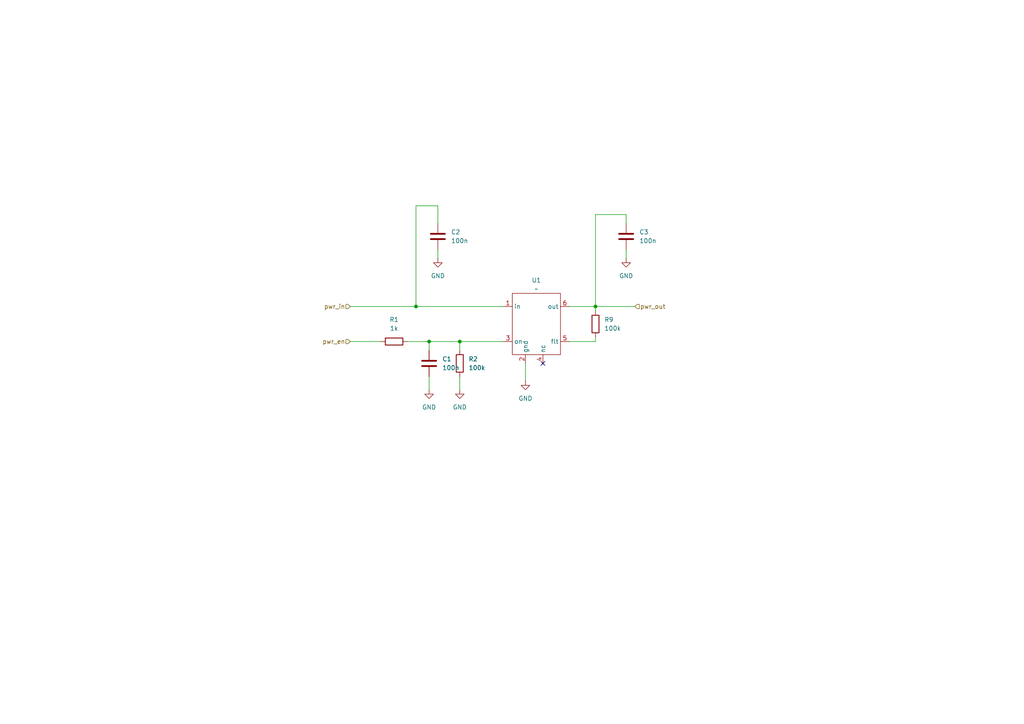
<source format=kicad_sch>
(kicad_sch
	(version 20250114)
	(generator "eeschema")
	(generator_version "9.0")
	(uuid "d4e871b6-6e5f-4634-ba54-afc103425b10")
	(paper "A4")
	(lib_symbols
		(symbol "Device:C"
			(pin_numbers
				(hide yes)
			)
			(pin_names
				(offset 0.254)
			)
			(exclude_from_sim no)
			(in_bom yes)
			(on_board yes)
			(property "Reference" "C"
				(at 0.635 2.54 0)
				(effects
					(font
						(size 1.27 1.27)
					)
					(justify left)
				)
			)
			(property "Value" "C"
				(at 0.635 -2.54 0)
				(effects
					(font
						(size 1.27 1.27)
					)
					(justify left)
				)
			)
			(property "Footprint" ""
				(at 0.9652 -3.81 0)
				(effects
					(font
						(size 1.27 1.27)
					)
					(hide yes)
				)
			)
			(property "Datasheet" "~"
				(at 0 0 0)
				(effects
					(font
						(size 1.27 1.27)
					)
					(hide yes)
				)
			)
			(property "Description" "Unpolarized capacitor"
				(at 0 0 0)
				(effects
					(font
						(size 1.27 1.27)
					)
					(hide yes)
				)
			)
			(property "ki_keywords" "cap capacitor"
				(at 0 0 0)
				(effects
					(font
						(size 1.27 1.27)
					)
					(hide yes)
				)
			)
			(property "ki_fp_filters" "C_*"
				(at 0 0 0)
				(effects
					(font
						(size 1.27 1.27)
					)
					(hide yes)
				)
			)
			(symbol "C_0_1"
				(polyline
					(pts
						(xy -2.032 0.762) (xy 2.032 0.762)
					)
					(stroke
						(width 0.508)
						(type default)
					)
					(fill
						(type none)
					)
				)
				(polyline
					(pts
						(xy -2.032 -0.762) (xy 2.032 -0.762)
					)
					(stroke
						(width 0.508)
						(type default)
					)
					(fill
						(type none)
					)
				)
			)
			(symbol "C_1_1"
				(pin passive line
					(at 0 3.81 270)
					(length 2.794)
					(name "~"
						(effects
							(font
								(size 1.27 1.27)
							)
						)
					)
					(number "1"
						(effects
							(font
								(size 1.27 1.27)
							)
						)
					)
				)
				(pin passive line
					(at 0 -3.81 90)
					(length 2.794)
					(name "~"
						(effects
							(font
								(size 1.27 1.27)
							)
						)
					)
					(number "2"
						(effects
							(font
								(size 1.27 1.27)
							)
						)
					)
				)
			)
			(embedded_fonts no)
		)
		(symbol "Device:R"
			(pin_numbers
				(hide yes)
			)
			(pin_names
				(offset 0)
			)
			(exclude_from_sim no)
			(in_bom yes)
			(on_board yes)
			(property "Reference" "R"
				(at 2.032 0 90)
				(effects
					(font
						(size 1.27 1.27)
					)
				)
			)
			(property "Value" "R"
				(at 0 0 90)
				(effects
					(font
						(size 1.27 1.27)
					)
				)
			)
			(property "Footprint" ""
				(at -1.778 0 90)
				(effects
					(font
						(size 1.27 1.27)
					)
					(hide yes)
				)
			)
			(property "Datasheet" "~"
				(at 0 0 0)
				(effects
					(font
						(size 1.27 1.27)
					)
					(hide yes)
				)
			)
			(property "Description" "Resistor"
				(at 0 0 0)
				(effects
					(font
						(size 1.27 1.27)
					)
					(hide yes)
				)
			)
			(property "ki_keywords" "R res resistor"
				(at 0 0 0)
				(effects
					(font
						(size 1.27 1.27)
					)
					(hide yes)
				)
			)
			(property "ki_fp_filters" "R_*"
				(at 0 0 0)
				(effects
					(font
						(size 1.27 1.27)
					)
					(hide yes)
				)
			)
			(symbol "R_0_1"
				(rectangle
					(start -1.016 -2.54)
					(end 1.016 2.54)
					(stroke
						(width 0.254)
						(type default)
					)
					(fill
						(type none)
					)
				)
			)
			(symbol "R_1_1"
				(pin passive line
					(at 0 3.81 270)
					(length 1.27)
					(name "~"
						(effects
							(font
								(size 1.27 1.27)
							)
						)
					)
					(number "1"
						(effects
							(font
								(size 1.27 1.27)
							)
						)
					)
				)
				(pin passive line
					(at 0 -3.81 90)
					(length 1.27)
					(name "~"
						(effects
							(font
								(size 1.27 1.27)
							)
						)
					)
					(number "2"
						(effects
							(font
								(size 1.27 1.27)
							)
						)
					)
				)
			)
			(embedded_fonts no)
		)
		(symbol "power:GND"
			(power)
			(pin_numbers
				(hide yes)
			)
			(pin_names
				(offset 0)
				(hide yes)
			)
			(exclude_from_sim no)
			(in_bom yes)
			(on_board yes)
			(property "Reference" "#PWR"
				(at 0 -6.35 0)
				(effects
					(font
						(size 1.27 1.27)
					)
					(hide yes)
				)
			)
			(property "Value" "GND"
				(at 0 -3.81 0)
				(effects
					(font
						(size 1.27 1.27)
					)
				)
			)
			(property "Footprint" ""
				(at 0 0 0)
				(effects
					(font
						(size 1.27 1.27)
					)
					(hide yes)
				)
			)
			(property "Datasheet" ""
				(at 0 0 0)
				(effects
					(font
						(size 1.27 1.27)
					)
					(hide yes)
				)
			)
			(property "Description" "Power symbol creates a global label with name \"GND\" , ground"
				(at 0 0 0)
				(effects
					(font
						(size 1.27 1.27)
					)
					(hide yes)
				)
			)
			(property "ki_keywords" "global power"
				(at 0 0 0)
				(effects
					(font
						(size 1.27 1.27)
					)
					(hide yes)
				)
			)
			(symbol "GND_0_1"
				(polyline
					(pts
						(xy 0 0) (xy 0 -1.27) (xy 1.27 -1.27) (xy 0 -2.54) (xy -1.27 -1.27) (xy 0 -1.27)
					)
					(stroke
						(width 0)
						(type default)
					)
					(fill
						(type none)
					)
				)
			)
			(symbol "GND_1_1"
				(pin power_in line
					(at 0 0 270)
					(length 0)
					(name "~"
						(effects
							(font
								(size 1.27 1.27)
							)
						)
					)
					(number "1"
						(effects
							(font
								(size 1.27 1.27)
							)
						)
					)
				)
			)
			(embedded_fonts no)
		)
		(symbol "tps22948:TPS22948"
			(exclude_from_sim no)
			(in_bom yes)
			(on_board yes)
			(property "Reference" "U"
				(at 2.032 10.16 0)
				(effects
					(font
						(size 1.27 1.27)
					)
				)
			)
			(property "Value" ""
				(at 0 0 0)
				(effects
					(font
						(size 1.27 1.27)
					)
				)
			)
			(property "Footprint" ""
				(at 0 0 0)
				(effects
					(font
						(size 1.27 1.27)
					)
					(hide yes)
				)
			)
			(property "Datasheet" ""
				(at 0 0 0)
				(effects
					(font
						(size 1.27 1.27)
					)
					(hide yes)
				)
			)
			(property "Description" ""
				(at 0 0 0)
				(effects
					(font
						(size 1.27 1.27)
					)
					(hide yes)
				)
			)
			(symbol "TPS22948_0_1"
				(rectangle
					(start -6.35 8.89)
					(end 7.62 -8.89)
					(stroke
						(width 0)
						(type default)
					)
					(fill
						(type none)
					)
				)
			)
			(symbol "TPS22948_1_1"
				(pin passive line
					(at -8.89 5.08 0)
					(length 2.54)
					(name "in"
						(effects
							(font
								(size 1.27 1.27)
							)
						)
					)
					(number "1"
						(effects
							(font
								(size 1.27 1.27)
							)
						)
					)
				)
				(pin input line
					(at -8.89 -5.08 0)
					(length 2.54)
					(name "on"
						(effects
							(font
								(size 1.27 1.27)
							)
						)
					)
					(number "3"
						(effects
							(font
								(size 1.27 1.27)
							)
						)
					)
				)
				(pin passive line
					(at -2.54 -11.43 90)
					(length 2.54)
					(name "gnd"
						(effects
							(font
								(size 1.27 1.27)
							)
						)
					)
					(number "2"
						(effects
							(font
								(size 1.27 1.27)
							)
						)
					)
				)
				(pin no_connect line
					(at 2.54 -11.43 90)
					(length 2.54)
					(name "nc"
						(effects
							(font
								(size 1.27 1.27)
							)
						)
					)
					(number "4"
						(effects
							(font
								(size 1.27 1.27)
							)
						)
					)
				)
				(pin passive line
					(at 10.16 5.08 180)
					(length 2.54)
					(name "out"
						(effects
							(font
								(size 1.27 1.27)
							)
						)
					)
					(number "6"
						(effects
							(font
								(size 1.27 1.27)
							)
						)
					)
				)
				(pin open_collector line
					(at 10.16 -5.08 180)
					(length 2.54)
					(name "flt"
						(effects
							(font
								(size 1.27 1.27)
							)
						)
					)
					(number "5"
						(effects
							(font
								(size 1.27 1.27)
							)
						)
					)
				)
			)
			(embedded_fonts no)
		)
	)
	(junction
		(at 172.72 88.9)
		(diameter 0)
		(color 0 0 0 0)
		(uuid "5f061f0a-6531-43a0-9c84-389624f6bb0a")
	)
	(junction
		(at 120.65 88.9)
		(diameter 0)
		(color 0 0 0 0)
		(uuid "66d15a5b-e037-4c70-8ab8-a47af1cde439")
	)
	(junction
		(at 133.35 99.06)
		(diameter 0)
		(color 0 0 0 0)
		(uuid "b97acc3e-7b6d-4582-912c-9d17bdfffbb6")
	)
	(junction
		(at 124.46 99.06)
		(diameter 0)
		(color 0 0 0 0)
		(uuid "c640d2fe-98f6-4880-8606-15cd9617721b")
	)
	(no_connect
		(at 157.48 105.41)
		(uuid "14a9b245-52e4-42a0-9ebf-6869b96cfd8f")
	)
	(wire
		(pts
			(xy 127 59.69) (xy 120.65 59.69)
		)
		(stroke
			(width 0)
			(type default)
		)
		(uuid "1609a578-5c06-4216-bb00-95add6bae5be")
	)
	(wire
		(pts
			(xy 120.65 59.69) (xy 120.65 88.9)
		)
		(stroke
			(width 0)
			(type default)
		)
		(uuid "4345207a-5713-48e4-9c3c-bd00dd9e2daf")
	)
	(wire
		(pts
			(xy 120.65 88.9) (xy 146.05 88.9)
		)
		(stroke
			(width 0)
			(type default)
		)
		(uuid "460d5a90-1101-4d28-9f59-e84ffef752dd")
	)
	(wire
		(pts
			(xy 172.72 88.9) (xy 184.15 88.9)
		)
		(stroke
			(width 0)
			(type default)
		)
		(uuid "4fb50755-3599-4cd1-8004-484c029b509c")
	)
	(wire
		(pts
			(xy 118.11 99.06) (xy 124.46 99.06)
		)
		(stroke
			(width 0)
			(type default)
		)
		(uuid "5b5a68f3-3e80-4123-a619-07d7cfea0510")
	)
	(wire
		(pts
			(xy 146.05 99.06) (xy 133.35 99.06)
		)
		(stroke
			(width 0)
			(type default)
		)
		(uuid "60e5f7aa-282e-45b3-93c0-0e9a018bfb67")
	)
	(wire
		(pts
			(xy 152.4 105.41) (xy 152.4 110.49)
		)
		(stroke
			(width 0)
			(type default)
		)
		(uuid "712ad1d6-c083-4d4c-a83f-515d8c1265d4")
	)
	(wire
		(pts
			(xy 101.6 88.9) (xy 120.65 88.9)
		)
		(stroke
			(width 0)
			(type default)
		)
		(uuid "7cf66c33-aeb2-43a1-805c-0dae05a34e1f")
	)
	(wire
		(pts
			(xy 165.1 99.06) (xy 172.72 99.06)
		)
		(stroke
			(width 0)
			(type default)
		)
		(uuid "7d05261c-5096-4a68-9d80-d3074d34cece")
	)
	(wire
		(pts
			(xy 172.72 99.06) (xy 172.72 97.79)
		)
		(stroke
			(width 0)
			(type default)
		)
		(uuid "a0334fa2-90d4-4665-99f5-ff66597cb9c8")
	)
	(wire
		(pts
			(xy 133.35 99.06) (xy 133.35 101.6)
		)
		(stroke
			(width 0)
			(type default)
		)
		(uuid "a40179a2-7af1-402a-bdcf-98bf0253356e")
	)
	(wire
		(pts
			(xy 181.61 62.23) (xy 181.61 64.77)
		)
		(stroke
			(width 0)
			(type default)
		)
		(uuid "a4f1e33d-5d05-4d4c-921a-f1d77af135fa")
	)
	(wire
		(pts
			(xy 124.46 101.6) (xy 124.46 99.06)
		)
		(stroke
			(width 0)
			(type default)
		)
		(uuid "a77d5804-65c2-43aa-84bf-f8a69b6ebbed")
	)
	(wire
		(pts
			(xy 127 72.39) (xy 127 74.93)
		)
		(stroke
			(width 0)
			(type default)
		)
		(uuid "a983d95d-de94-49b7-9dc8-aa72fcff673c")
	)
	(wire
		(pts
			(xy 165.1 88.9) (xy 172.72 88.9)
		)
		(stroke
			(width 0)
			(type default)
		)
		(uuid "ab958fca-3bd0-4af2-9b5b-6c31061980da")
	)
	(wire
		(pts
			(xy 172.72 88.9) (xy 172.72 90.17)
		)
		(stroke
			(width 0)
			(type default)
		)
		(uuid "b8f0a8d7-8783-4a05-84bb-bc064c81fa3d")
	)
	(wire
		(pts
			(xy 181.61 62.23) (xy 172.72 62.23)
		)
		(stroke
			(width 0)
			(type default)
		)
		(uuid "c3ef2a91-b7d7-49d7-baae-ce4aa613e387")
	)
	(wire
		(pts
			(xy 181.61 72.39) (xy 181.61 74.93)
		)
		(stroke
			(width 0)
			(type default)
		)
		(uuid "cbc3edd0-c14d-4ece-bf4f-6d49f02ed483")
	)
	(wire
		(pts
			(xy 124.46 109.22) (xy 124.46 113.03)
		)
		(stroke
			(width 0)
			(type default)
		)
		(uuid "d6c4ca62-e948-44b7-814e-76df8345af57")
	)
	(wire
		(pts
			(xy 101.6 99.06) (xy 110.49 99.06)
		)
		(stroke
			(width 0)
			(type default)
		)
		(uuid "d6eb7dbd-5406-4cab-a264-1079b702023e")
	)
	(wire
		(pts
			(xy 127 59.69) (xy 127 64.77)
		)
		(stroke
			(width 0)
			(type default)
		)
		(uuid "dc379f46-1103-44be-b4c8-487262528a79")
	)
	(wire
		(pts
			(xy 172.72 62.23) (xy 172.72 88.9)
		)
		(stroke
			(width 0)
			(type default)
		)
		(uuid "e2203696-7be4-4939-9112-c959bb4d08f5")
	)
	(wire
		(pts
			(xy 133.35 109.22) (xy 133.35 113.03)
		)
		(stroke
			(width 0)
			(type default)
		)
		(uuid "f6385953-43eb-48fa-ae84-40b97e01f166")
	)
	(wire
		(pts
			(xy 124.46 99.06) (xy 133.35 99.06)
		)
		(stroke
			(width 0)
			(type default)
		)
		(uuid "fc4e303e-941a-4025-b6a9-b5b4b9305647")
	)
	(hierarchical_label "pwr_en"
		(shape input)
		(at 101.6 99.06 180)
		(effects
			(font
				(size 1.27 1.27)
			)
			(justify right)
		)
		(uuid "4ae91ed0-2f48-4985-8dd0-e876710a6e3a")
	)
	(hierarchical_label "pwr_out"
		(shape input)
		(at 184.15 88.9 0)
		(effects
			(font
				(size 1.27 1.27)
			)
			(justify left)
		)
		(uuid "59503f39-d254-4e1a-abca-0cd0d71c7a5d")
	)
	(hierarchical_label "pwr_in"
		(shape input)
		(at 101.6 88.9 180)
		(effects
			(font
				(size 1.27 1.27)
			)
			(justify right)
		)
		(uuid "8db5ef37-1624-4f1c-b33f-dba12e1f6d62")
	)
	(symbol
		(lib_id "Device:C")
		(at 181.61 68.58 0)
		(unit 1)
		(exclude_from_sim no)
		(in_bom yes)
		(on_board yes)
		(dnp no)
		(uuid "160b14a7-87bf-4f15-a503-10156dc51cc0")
		(property "Reference" "C3"
			(at 185.42 67.3099 0)
			(effects
				(font
					(size 1.27 1.27)
				)
				(justify left)
			)
		)
		(property "Value" "100n"
			(at 185.42 69.8499 0)
			(effects
				(font
					(size 1.27 1.27)
				)
				(justify left)
			)
		)
		(property "Footprint" "Capacitor_SMD:C_0603_1608Metric"
			(at 182.5752 72.39 0)
			(effects
				(font
					(size 1.27 1.27)
				)
				(hide yes)
			)
		)
		(property "Datasheet" "~"
			(at 181.61 68.58 0)
			(effects
				(font
					(size 1.27 1.27)
				)
				(hide yes)
			)
		)
		(property "Description" "Unpolarized capacitor"
			(at 181.61 68.58 0)
			(effects
				(font
					(size 1.27 1.27)
				)
				(hide yes)
			)
		)
		(property "url" "https://www.digikey.com/en/products/detail/yageo/CC0603KRX7R7BB104/302822"
			(at 181.61 68.58 0)
			(effects
				(font
					(size 1.27 1.27)
				)
				(hide yes)
			)
		)
		(pin "1"
			(uuid "a7011024-aa00-4e1c-8dc9-66ed347b0839")
		)
		(pin "2"
			(uuid "7b782646-4e31-4e21-8915-2169d074147e")
		)
		(instances
			(project "override_board"
				(path "/a1ebae20-a03f-48f7-ade6-932948ccc2fb/cef8dfa8-1bb4-4a1b-948f-fb7ae87f0bec"
					(reference "C3")
					(unit 1)
				)
			)
		)
	)
	(symbol
		(lib_id "Device:C")
		(at 127 68.58 0)
		(unit 1)
		(exclude_from_sim no)
		(in_bom yes)
		(on_board yes)
		(dnp no)
		(fields_autoplaced yes)
		(uuid "31cc4a56-9d70-4a8a-97e1-8394be8c0db1")
		(property "Reference" "C2"
			(at 130.81 67.3099 0)
			(effects
				(font
					(size 1.27 1.27)
				)
				(justify left)
			)
		)
		(property "Value" "100n"
			(at 130.81 69.8499 0)
			(effects
				(font
					(size 1.27 1.27)
				)
				(justify left)
			)
		)
		(property "Footprint" "Capacitor_SMD:C_0603_1608Metric"
			(at 127.9652 72.39 0)
			(effects
				(font
					(size 1.27 1.27)
				)
				(hide yes)
			)
		)
		(property "Datasheet" "~"
			(at 127 68.58 0)
			(effects
				(font
					(size 1.27 1.27)
				)
				(hide yes)
			)
		)
		(property "Description" "Unpolarized capacitor"
			(at 127 68.58 0)
			(effects
				(font
					(size 1.27 1.27)
				)
				(hide yes)
			)
		)
		(property "url" "https://www.digikey.com/en/products/detail/yageo/CC0603KRX7R7BB104/302822"
			(at 127 68.58 0)
			(effects
				(font
					(size 1.27 1.27)
				)
				(hide yes)
			)
		)
		(pin "1"
			(uuid "27bb10a4-4a9a-4024-8a54-b3c2efe63104")
		)
		(pin "2"
			(uuid "9d690bea-e4d8-4a7d-8835-ebe7897d8b66")
		)
		(instances
			(project "override_board"
				(path "/a1ebae20-a03f-48f7-ade6-932948ccc2fb/cef8dfa8-1bb4-4a1b-948f-fb7ae87f0bec"
					(reference "C2")
					(unit 1)
				)
			)
		)
	)
	(symbol
		(lib_id "Device:C")
		(at 124.46 105.41 0)
		(unit 1)
		(exclude_from_sim no)
		(in_bom yes)
		(on_board yes)
		(dnp no)
		(fields_autoplaced yes)
		(uuid "5813cff8-80fa-4b01-8778-64ac216b62c0")
		(property "Reference" "C1"
			(at 128.27 104.1399 0)
			(effects
				(font
					(size 1.27 1.27)
				)
				(justify left)
			)
		)
		(property "Value" "100n"
			(at 128.27 106.6799 0)
			(effects
				(font
					(size 1.27 1.27)
				)
				(justify left)
			)
		)
		(property "Footprint" "Capacitor_SMD:C_0603_1608Metric"
			(at 125.4252 109.22 0)
			(effects
				(font
					(size 1.27 1.27)
				)
				(hide yes)
			)
		)
		(property "Datasheet" "~"
			(at 124.46 105.41 0)
			(effects
				(font
					(size 1.27 1.27)
				)
				(hide yes)
			)
		)
		(property "Description" "Unpolarized capacitor"
			(at 124.46 105.41 0)
			(effects
				(font
					(size 1.27 1.27)
				)
				(hide yes)
			)
		)
		(property "url" "https://www.digikey.com/en/products/detail/yageo/CC0603KRX7R7BB104/302822"
			(at 124.46 105.41 0)
			(effects
				(font
					(size 1.27 1.27)
				)
				(hide yes)
			)
		)
		(pin "1"
			(uuid "42381d67-b478-4cb4-815e-e340110615ab")
		)
		(pin "2"
			(uuid "05ad51e4-8571-46fb-a1fc-543094420e67")
		)
		(instances
			(project "override_board"
				(path "/a1ebae20-a03f-48f7-ade6-932948ccc2fb/cef8dfa8-1bb4-4a1b-948f-fb7ae87f0bec"
					(reference "C1")
					(unit 1)
				)
			)
		)
	)
	(symbol
		(lib_id "Device:R")
		(at 172.72 93.98 180)
		(unit 1)
		(exclude_from_sim no)
		(in_bom yes)
		(on_board yes)
		(dnp no)
		(fields_autoplaced yes)
		(uuid "7c664467-97fd-4e5b-b3a9-b223acfe1025")
		(property "Reference" "R9"
			(at 175.26 92.7099 0)
			(effects
				(font
					(size 1.27 1.27)
				)
				(justify right)
			)
		)
		(property "Value" "100k"
			(at 175.26 95.2499 0)
			(effects
				(font
					(size 1.27 1.27)
				)
				(justify right)
			)
		)
		(property "Footprint" "Resistor_SMD:R_0603_1608Metric"
			(at 174.498 93.98 90)
			(effects
				(font
					(size 1.27 1.27)
				)
				(hide yes)
			)
		)
		(property "Datasheet" "~"
			(at 172.72 93.98 0)
			(effects
				(font
					(size 1.27 1.27)
				)
				(hide yes)
			)
		)
		(property "Description" "Resistor"
			(at 172.72 93.98 0)
			(effects
				(font
					(size 1.27 1.27)
				)
				(hide yes)
			)
		)
		(property "url" "https://www.digikey.com/en/products/detail/yageo/RC0603FR-07100KL/726889"
			(at 172.72 93.98 0)
			(effects
				(font
					(size 1.27 1.27)
				)
				(hide yes)
			)
		)
		(pin "2"
			(uuid "09b9c428-d265-4ba0-8287-0f01552c75bb")
		)
		(pin "1"
			(uuid "97220e2b-3f34-40fd-907d-937052da3a2a")
		)
		(instances
			(project "override_board"
				(path "/a1ebae20-a03f-48f7-ade6-932948ccc2fb/cef8dfa8-1bb4-4a1b-948f-fb7ae87f0bec"
					(reference "R9")
					(unit 1)
				)
			)
		)
	)
	(symbol
		(lib_id "power:GND")
		(at 133.35 113.03 0)
		(unit 1)
		(exclude_from_sim no)
		(in_bom yes)
		(on_board yes)
		(dnp no)
		(fields_autoplaced yes)
		(uuid "94535666-272d-4be3-a95f-8c1bf7a15857")
		(property "Reference" "#PWR03"
			(at 133.35 119.38 0)
			(effects
				(font
					(size 1.27 1.27)
				)
				(hide yes)
			)
		)
		(property "Value" "GND"
			(at 133.35 118.11 0)
			(effects
				(font
					(size 1.27 1.27)
				)
			)
		)
		(property "Footprint" ""
			(at 133.35 113.03 0)
			(effects
				(font
					(size 1.27 1.27)
				)
				(hide yes)
			)
		)
		(property "Datasheet" ""
			(at 133.35 113.03 0)
			(effects
				(font
					(size 1.27 1.27)
				)
				(hide yes)
			)
		)
		(property "Description" "Power symbol creates a global label with name \"GND\" , ground"
			(at 133.35 113.03 0)
			(effects
				(font
					(size 1.27 1.27)
				)
				(hide yes)
			)
		)
		(pin "1"
			(uuid "88282b98-dc8a-4b7e-b20d-ef9cdd996bea")
		)
		(instances
			(project "override_board"
				(path "/a1ebae20-a03f-48f7-ade6-932948ccc2fb/cef8dfa8-1bb4-4a1b-948f-fb7ae87f0bec"
					(reference "#PWR03")
					(unit 1)
				)
			)
		)
	)
	(symbol
		(lib_id "power:GND")
		(at 127 74.93 0)
		(unit 1)
		(exclude_from_sim no)
		(in_bom yes)
		(on_board yes)
		(dnp no)
		(fields_autoplaced yes)
		(uuid "a472382e-d1cd-4b95-8b48-e4b2a2ad968b")
		(property "Reference" "#PWR02"
			(at 127 81.28 0)
			(effects
				(font
					(size 1.27 1.27)
				)
				(hide yes)
			)
		)
		(property "Value" "GND"
			(at 127 80.01 0)
			(effects
				(font
					(size 1.27 1.27)
				)
			)
		)
		(property "Footprint" ""
			(at 127 74.93 0)
			(effects
				(font
					(size 1.27 1.27)
				)
				(hide yes)
			)
		)
		(property "Datasheet" ""
			(at 127 74.93 0)
			(effects
				(font
					(size 1.27 1.27)
				)
				(hide yes)
			)
		)
		(property "Description" "Power symbol creates a global label with name \"GND\" , ground"
			(at 127 74.93 0)
			(effects
				(font
					(size 1.27 1.27)
				)
				(hide yes)
			)
		)
		(pin "1"
			(uuid "4c4dd3a5-3d52-472d-aa09-e4ef92ec851f")
		)
		(instances
			(project "override_board"
				(path "/a1ebae20-a03f-48f7-ade6-932948ccc2fb/cef8dfa8-1bb4-4a1b-948f-fb7ae87f0bec"
					(reference "#PWR02")
					(unit 1)
				)
			)
		)
	)
	(symbol
		(lib_id "Device:R")
		(at 133.35 105.41 180)
		(unit 1)
		(exclude_from_sim no)
		(in_bom yes)
		(on_board yes)
		(dnp no)
		(fields_autoplaced yes)
		(uuid "aa606290-cd6b-4b7e-b7d3-34469e3b5687")
		(property "Reference" "R2"
			(at 135.89 104.1399 0)
			(effects
				(font
					(size 1.27 1.27)
				)
				(justify right)
			)
		)
		(property "Value" "100k"
			(at 135.89 106.6799 0)
			(effects
				(font
					(size 1.27 1.27)
				)
				(justify right)
			)
		)
		(property "Footprint" "Resistor_SMD:R_0603_1608Metric"
			(at 135.128 105.41 90)
			(effects
				(font
					(size 1.27 1.27)
				)
				(hide yes)
			)
		)
		(property "Datasheet" "~"
			(at 133.35 105.41 0)
			(effects
				(font
					(size 1.27 1.27)
				)
				(hide yes)
			)
		)
		(property "Description" "Resistor"
			(at 133.35 105.41 0)
			(effects
				(font
					(size 1.27 1.27)
				)
				(hide yes)
			)
		)
		(property "url" "https://www.digikey.com/en/products/detail/yageo/RC0603FR-07100KL/726889"
			(at 133.35 105.41 0)
			(effects
				(font
					(size 1.27 1.27)
				)
				(hide yes)
			)
		)
		(pin "2"
			(uuid "e346185e-ebc8-44fa-bc51-2f6ae65f265e")
		)
		(pin "1"
			(uuid "c1ee2cf0-85cd-484d-9697-e00d2132e06f")
		)
		(instances
			(project "override_board"
				(path "/a1ebae20-a03f-48f7-ade6-932948ccc2fb/cef8dfa8-1bb4-4a1b-948f-fb7ae87f0bec"
					(reference "R2")
					(unit 1)
				)
			)
		)
	)
	(symbol
		(lib_id "tps22948:TPS22948")
		(at 154.94 93.98 0)
		(unit 1)
		(exclude_from_sim no)
		(in_bom yes)
		(on_board yes)
		(dnp no)
		(fields_autoplaced yes)
		(uuid "b320dbee-b4a7-47aa-aef4-d3a87d6878d2")
		(property "Reference" "U1"
			(at 155.575 81.28 0)
			(effects
				(font
					(size 1.27 1.27)
				)
			)
		)
		(property "Value" "~"
			(at 155.575 83.82 0)
			(effects
				(font
					(size 1.27 1.27)
				)
			)
		)
		(property "Footprint" "Package_TO_SOT_SMD:SOT-363_SC-70-6"
			(at 154.94 93.98 0)
			(effects
				(font
					(size 1.27 1.27)
				)
				(hide yes)
			)
		)
		(property "Datasheet" ""
			(at 154.94 93.98 0)
			(effects
				(font
					(size 1.27 1.27)
				)
				(hide yes)
			)
		)
		(property "Description" ""
			(at 154.94 93.98 0)
			(effects
				(font
					(size 1.27 1.27)
				)
				(hide yes)
			)
		)
		(property "url" "https://www.digikey.com/en/products/detail/texas-instruments/TPS22948DCKR/10715378?s=N4IgTCBcDaIC4AcDOYwE4AsAOEBdAvkA"
			(at 154.94 93.98 0)
			(effects
				(font
					(size 1.27 1.27)
				)
				(hide yes)
			)
		)
		(pin "3"
			(uuid "b4f4ce63-54c3-4b48-8b8b-c2035b2d2f0a")
		)
		(pin "1"
			(uuid "e38a9602-198f-4eed-bd4b-40a5c61fef3e")
		)
		(pin "2"
			(uuid "0e18481b-6c83-4ca5-a9f0-fb713e008f0d")
		)
		(pin "4"
			(uuid "9c71898e-1e02-4e6a-b5f0-c104b9d6fd92")
		)
		(pin "6"
			(uuid "00ac23d2-e5aa-4bde-960e-aaeb2500b6aa")
		)
		(pin "5"
			(uuid "db7286bb-c3b9-4142-b52e-5383cd9531bc")
		)
		(instances
			(project "override_board"
				(path "/a1ebae20-a03f-48f7-ade6-932948ccc2fb/cef8dfa8-1bb4-4a1b-948f-fb7ae87f0bec"
					(reference "U1")
					(unit 1)
				)
			)
		)
	)
	(symbol
		(lib_id "Device:R")
		(at 114.3 99.06 90)
		(unit 1)
		(exclude_from_sim no)
		(in_bom yes)
		(on_board yes)
		(dnp no)
		(fields_autoplaced yes)
		(uuid "b5901d35-980c-4df6-920a-4660711e3724")
		(property "Reference" "R1"
			(at 114.3 92.71 90)
			(effects
				(font
					(size 1.27 1.27)
				)
			)
		)
		(property "Value" "1k"
			(at 114.3 95.25 90)
			(effects
				(font
					(size 1.27 1.27)
				)
			)
		)
		(property "Footprint" "Resistor_SMD:R_0603_1608Metric"
			(at 114.3 100.838 90)
			(effects
				(font
					(size 1.27 1.27)
				)
				(hide yes)
			)
		)
		(property "Datasheet" "~"
			(at 114.3 99.06 0)
			(effects
				(font
					(size 1.27 1.27)
				)
				(hide yes)
			)
		)
		(property "Description" "Resistor"
			(at 114.3 99.06 0)
			(effects
				(font
					(size 1.27 1.27)
				)
				(hide yes)
			)
		)
		(property "url" "https://www.digikey.com/en/products/detail/yageo/RC0603JR-131KL/13694162"
			(at 114.3 99.06 90)
			(effects
				(font
					(size 1.27 1.27)
				)
				(hide yes)
			)
		)
		(pin "2"
			(uuid "75c52c28-8896-4b0d-9abf-9fd7e5edce97")
		)
		(pin "1"
			(uuid "63d2f11e-31ce-498e-aa53-fa1a7be9dd26")
		)
		(instances
			(project "override_board"
				(path "/a1ebae20-a03f-48f7-ade6-932948ccc2fb/cef8dfa8-1bb4-4a1b-948f-fb7ae87f0bec"
					(reference "R1")
					(unit 1)
				)
			)
		)
	)
	(symbol
		(lib_id "power:GND")
		(at 152.4 110.49 0)
		(unit 1)
		(exclude_from_sim no)
		(in_bom yes)
		(on_board yes)
		(dnp no)
		(fields_autoplaced yes)
		(uuid "b9f37f36-4f1b-4018-8e5e-73dd4f3c6eaa")
		(property "Reference" "#PWR04"
			(at 152.4 116.84 0)
			(effects
				(font
					(size 1.27 1.27)
				)
				(hide yes)
			)
		)
		(property "Value" "GND"
			(at 152.4 115.57 0)
			(effects
				(font
					(size 1.27 1.27)
				)
			)
		)
		(property "Footprint" ""
			(at 152.4 110.49 0)
			(effects
				(font
					(size 1.27 1.27)
				)
				(hide yes)
			)
		)
		(property "Datasheet" ""
			(at 152.4 110.49 0)
			(effects
				(font
					(size 1.27 1.27)
				)
				(hide yes)
			)
		)
		(property "Description" "Power symbol creates a global label with name \"GND\" , ground"
			(at 152.4 110.49 0)
			(effects
				(font
					(size 1.27 1.27)
				)
				(hide yes)
			)
		)
		(pin "1"
			(uuid "5f95bb5e-b66e-4176-8c73-5e2db4b45235")
		)
		(instances
			(project "override_board"
				(path "/a1ebae20-a03f-48f7-ade6-932948ccc2fb/cef8dfa8-1bb4-4a1b-948f-fb7ae87f0bec"
					(reference "#PWR04")
					(unit 1)
				)
			)
		)
	)
	(symbol
		(lib_id "power:GND")
		(at 124.46 113.03 0)
		(unit 1)
		(exclude_from_sim no)
		(in_bom yes)
		(on_board yes)
		(dnp no)
		(fields_autoplaced yes)
		(uuid "d86861eb-d353-4c8d-8c9a-69ddfd077bee")
		(property "Reference" "#PWR01"
			(at 124.46 119.38 0)
			(effects
				(font
					(size 1.27 1.27)
				)
				(hide yes)
			)
		)
		(property "Value" "GND"
			(at 124.46 118.11 0)
			(effects
				(font
					(size 1.27 1.27)
				)
			)
		)
		(property "Footprint" ""
			(at 124.46 113.03 0)
			(effects
				(font
					(size 1.27 1.27)
				)
				(hide yes)
			)
		)
		(property "Datasheet" ""
			(at 124.46 113.03 0)
			(effects
				(font
					(size 1.27 1.27)
				)
				(hide yes)
			)
		)
		(property "Description" "Power symbol creates a global label with name \"GND\" , ground"
			(at 124.46 113.03 0)
			(effects
				(font
					(size 1.27 1.27)
				)
				(hide yes)
			)
		)
		(pin "1"
			(uuid "7b65a97d-dea8-420d-bc8e-f32ac94374b6")
		)
		(instances
			(project "override_board"
				(path "/a1ebae20-a03f-48f7-ade6-932948ccc2fb/cef8dfa8-1bb4-4a1b-948f-fb7ae87f0bec"
					(reference "#PWR01")
					(unit 1)
				)
			)
		)
	)
	(symbol
		(lib_id "power:GND")
		(at 181.61 74.93 0)
		(unit 1)
		(exclude_from_sim no)
		(in_bom yes)
		(on_board yes)
		(dnp no)
		(fields_autoplaced yes)
		(uuid "e2f60ce6-61f0-40cd-b38d-d55f4941e8fe")
		(property "Reference" "#PWR05"
			(at 181.61 81.28 0)
			(effects
				(font
					(size 1.27 1.27)
				)
				(hide yes)
			)
		)
		(property "Value" "GND"
			(at 181.61 80.01 0)
			(effects
				(font
					(size 1.27 1.27)
				)
			)
		)
		(property "Footprint" ""
			(at 181.61 74.93 0)
			(effects
				(font
					(size 1.27 1.27)
				)
				(hide yes)
			)
		)
		(property "Datasheet" ""
			(at 181.61 74.93 0)
			(effects
				(font
					(size 1.27 1.27)
				)
				(hide yes)
			)
		)
		(property "Description" "Power symbol creates a global label with name \"GND\" , ground"
			(at 181.61 74.93 0)
			(effects
				(font
					(size 1.27 1.27)
				)
				(hide yes)
			)
		)
		(pin "1"
			(uuid "2643f34d-8270-4b18-b429-79083c1c72de")
		)
		(instances
			(project "override_board"
				(path "/a1ebae20-a03f-48f7-ade6-932948ccc2fb/cef8dfa8-1bb4-4a1b-948f-fb7ae87f0bec"
					(reference "#PWR05")
					(unit 1)
				)
			)
		)
	)
)

</source>
